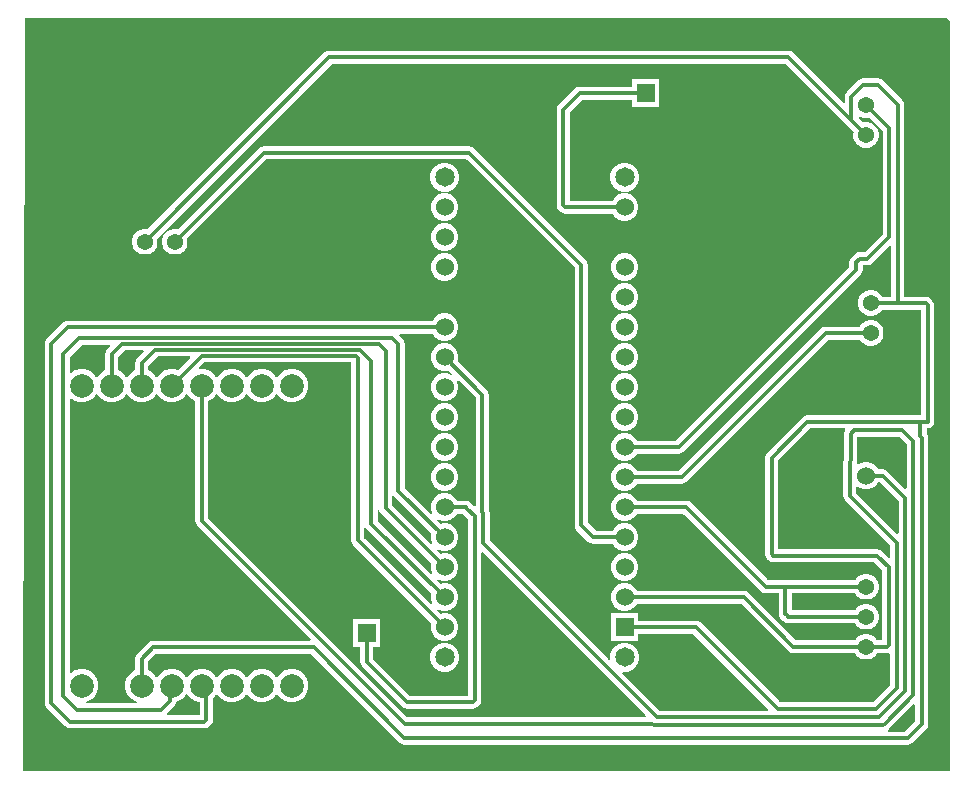
<source format=gbr>
%TF.GenerationSoftware,Altium Limited,Altium Designer,24.3.1 (35)*%
G04 Layer_Physical_Order=2*
G04 Layer_Color=16711680*
%FSLAX45Y45*%
%MOMM*%
%TF.SameCoordinates,78D6B365-3563-45E3-A517-92931350FA59*%
%TF.FilePolarity,Positive*%
%TF.FileFunction,Copper,L2,Bot,Signal*%
%TF.Part,Single*%
G01*
G75*
%TA.AperFunction,ComponentPad*%
%ADD11C,2.00000*%
%ADD12C,1.53000*%
%ADD13R,1.53000X1.53000*%
%ADD14R,1.37000X1.37000*%
%ADD15C,1.37000*%
%ADD16R,1.53000X1.53000*%
%ADD17R,1.37000X1.37000*%
%ADD18R,1.52400X1.52400*%
%ADD19C,1.52400*%
%ADD20C,1.65100*%
%TA.AperFunction,Conductor*%
%ADD21C,0.30000*%
G36*
X10388600Y8915400D02*
Y2565400D01*
X2552725D01*
X2549465Y2565416D01*
X2540033Y2569333D01*
X2552700Y8940800D01*
X10363200D01*
X10388600Y8915400D01*
D02*
G37*
%LPC*%
G36*
X7927000Y8422300D02*
X7694000D01*
Y8361877D01*
X7251700D01*
X7230240Y8357609D01*
X7212047Y8345453D01*
X7072347Y8205753D01*
X7060191Y8187560D01*
X7055923Y8166100D01*
Y7358174D01*
X7060191Y7336714D01*
X7072347Y7318521D01*
X7089921Y7300947D01*
X7108114Y7288791D01*
X7129574Y7284523D01*
X7530900D01*
X7539717Y7269251D01*
X7561351Y7247617D01*
X7587848Y7232319D01*
X7617402Y7224400D01*
X7647998D01*
X7677552Y7232319D01*
X7704049Y7247617D01*
X7725683Y7269251D01*
X7740981Y7295748D01*
X7748900Y7325302D01*
Y7355898D01*
X7740981Y7385452D01*
X7725683Y7411949D01*
X7704049Y7433583D01*
X7677552Y7448881D01*
X7647998Y7456800D01*
X7617402D01*
X7587848Y7448881D01*
X7561351Y7433583D01*
X7539717Y7411949D01*
X7530900Y7396677D01*
X7168077D01*
Y8142872D01*
X7274928Y8249723D01*
X7694000D01*
Y8189300D01*
X7927000D01*
Y8422300D01*
D02*
G37*
G36*
X7648834Y7717150D02*
X7616566D01*
X7585398Y7708798D01*
X7557453Y7692664D01*
X7534636Y7669847D01*
X7518502Y7641902D01*
X7510150Y7610734D01*
Y7578466D01*
X7518502Y7547298D01*
X7534636Y7519353D01*
X7557453Y7496536D01*
X7585398Y7480402D01*
X7616566Y7472050D01*
X7648834D01*
X7680002Y7480402D01*
X7707947Y7496536D01*
X7730764Y7519353D01*
X7746898Y7547298D01*
X7755250Y7578466D01*
Y7610734D01*
X7746898Y7641902D01*
X7730764Y7669847D01*
X7707947Y7692664D01*
X7680002Y7708798D01*
X7648834Y7717150D01*
D02*
G37*
G36*
X6124834D02*
X6092566D01*
X6061398Y7708798D01*
X6033453Y7692664D01*
X6010636Y7669847D01*
X5994502Y7641902D01*
X5986150Y7610734D01*
Y7578466D01*
X5994502Y7547298D01*
X6010636Y7519353D01*
X6033453Y7496536D01*
X6061398Y7480402D01*
X6092566Y7472050D01*
X6124834D01*
X6156002Y7480402D01*
X6183947Y7496536D01*
X6206764Y7519353D01*
X6222898Y7547298D01*
X6231250Y7578466D01*
Y7610734D01*
X6222898Y7641902D01*
X6206764Y7669847D01*
X6183947Y7692664D01*
X6156002Y7708798D01*
X6124834Y7717150D01*
D02*
G37*
G36*
X6123998Y7456800D02*
X6093402D01*
X6063848Y7448881D01*
X6037351Y7433583D01*
X6015717Y7411949D01*
X6000419Y7385452D01*
X5992500Y7355898D01*
Y7325302D01*
X6000419Y7295748D01*
X6015717Y7269251D01*
X6037351Y7247617D01*
X6063848Y7232319D01*
X6093402Y7224400D01*
X6123998D01*
X6153552Y7232319D01*
X6180049Y7247617D01*
X6201683Y7269251D01*
X6216981Y7295748D01*
X6224900Y7325302D01*
Y7355898D01*
X6216981Y7385452D01*
X6201683Y7411949D01*
X6180049Y7433583D01*
X6153552Y7448881D01*
X6123998Y7456800D01*
D02*
G37*
G36*
Y7202800D02*
X6093402D01*
X6063848Y7194881D01*
X6037351Y7179583D01*
X6015717Y7157949D01*
X6000419Y7131452D01*
X5992500Y7101898D01*
Y7071302D01*
X6000419Y7041748D01*
X6015717Y7015251D01*
X6037351Y6993617D01*
X6063848Y6978319D01*
X6093402Y6970400D01*
X6123998D01*
X6153552Y6978319D01*
X6180049Y6993617D01*
X6201683Y7015251D01*
X6216981Y7041748D01*
X6224900Y7071302D01*
Y7101898D01*
X6216981Y7131452D01*
X6201683Y7157949D01*
X6180049Y7179583D01*
X6153552Y7194881D01*
X6123998Y7202800D01*
D02*
G37*
G36*
X7647998Y6948800D02*
X7617402D01*
X7587848Y6940881D01*
X7561351Y6925583D01*
X7539717Y6903949D01*
X7524419Y6877452D01*
X7516500Y6847898D01*
Y6817302D01*
X7524419Y6787748D01*
X7539717Y6761251D01*
X7561351Y6739617D01*
X7587848Y6724319D01*
X7617402Y6716400D01*
X7647998D01*
X7677552Y6724319D01*
X7704049Y6739617D01*
X7725683Y6761251D01*
X7740981Y6787748D01*
X7748900Y6817302D01*
Y6847898D01*
X7740981Y6877452D01*
X7725683Y6903949D01*
X7704049Y6925583D01*
X7677552Y6940881D01*
X7647998Y6948800D01*
D02*
G37*
G36*
X6123998D02*
X6093402D01*
X6063848Y6940881D01*
X6037351Y6925583D01*
X6015717Y6903949D01*
X6000419Y6877452D01*
X5992500Y6847898D01*
Y6817302D01*
X6000419Y6787748D01*
X6015717Y6761251D01*
X6037351Y6739617D01*
X6063848Y6724319D01*
X6093402Y6716400D01*
X6123998D01*
X6153552Y6724319D01*
X6180049Y6739617D01*
X6201683Y6761251D01*
X6216981Y6787748D01*
X6224900Y6817302D01*
Y6847898D01*
X6216981Y6877452D01*
X6201683Y6903949D01*
X6180049Y6925583D01*
X6153552Y6940881D01*
X6123998Y6948800D01*
D02*
G37*
G36*
X9017000Y8666677D02*
X5130800D01*
X5109340Y8662409D01*
X5091147Y8650253D01*
X3594744Y7153849D01*
X3582984Y7157000D01*
X3554416D01*
X3526820Y7149606D01*
X3502080Y7135322D01*
X3481878Y7115120D01*
X3467594Y7090380D01*
X3460200Y7062784D01*
Y7034216D01*
X3467594Y7006620D01*
X3481878Y6981880D01*
X3502080Y6961678D01*
X3526820Y6947394D01*
X3554416Y6940000D01*
X3582984D01*
X3610580Y6947394D01*
X3635320Y6961678D01*
X3655522Y6981880D01*
X3669806Y7006620D01*
X3677200Y7034216D01*
Y7062784D01*
X3674049Y7074544D01*
X5154028Y8554523D01*
X8993772D01*
X9513287Y8035007D01*
X9572051Y7976244D01*
X9568900Y7964484D01*
Y7935916D01*
X9576294Y7908320D01*
X9590578Y7883580D01*
X9610780Y7863378D01*
X9635520Y7849094D01*
X9663116Y7841700D01*
X9691684D01*
X9719280Y7849094D01*
X9744020Y7863378D01*
X9764222Y7883580D01*
X9778506Y7908320D01*
X9785900Y7935916D01*
Y7964484D01*
X9778506Y7992080D01*
X9764222Y8016820D01*
X9744020Y8037022D01*
X9719280Y8051306D01*
X9691684Y8058700D01*
X9663116D01*
X9651356Y8055549D01*
X9614312Y8092593D01*
X9615144Y8100357D01*
X9628298Y8107264D01*
X9635520Y8103094D01*
X9663116Y8095700D01*
X9691684D01*
X9703444Y8098851D01*
X9816903Y7985392D01*
Y7114908D01*
X9663372Y6961377D01*
X9624218D01*
X9602759Y6957109D01*
X9584566Y6944953D01*
X9552347Y6912734D01*
X9540191Y6894541D01*
X9535923Y6873082D01*
Y6833928D01*
X8066672Y5364677D01*
X7734500D01*
X7725683Y5379949D01*
X7704049Y5401583D01*
X7677552Y5416881D01*
X7647998Y5424800D01*
X7617402D01*
X7587848Y5416881D01*
X7561351Y5401583D01*
X7539717Y5379949D01*
X7524419Y5353452D01*
X7516500Y5323898D01*
Y5293302D01*
X7524419Y5263748D01*
X7539717Y5237251D01*
X7561351Y5215617D01*
X7587848Y5200319D01*
X7617402Y5192400D01*
X7647998D01*
X7677552Y5200319D01*
X7704049Y5215617D01*
X7725683Y5237251D01*
X7734500Y5252523D01*
X8089900D01*
X8111360Y5256791D01*
X8129553Y5268947D01*
X9631653Y6771047D01*
X9643809Y6789240D01*
X9648077Y6810700D01*
Y6849223D01*
X9686600D01*
X9708060Y6853491D01*
X9726253Y6865647D01*
X9876289Y7015684D01*
X9888023Y7010824D01*
Y6583877D01*
X9808409D01*
X9802322Y6594420D01*
X9782120Y6614622D01*
X9757380Y6628906D01*
X9729784Y6636300D01*
X9701216D01*
X9673620Y6628906D01*
X9648880Y6614622D01*
X9628678Y6594420D01*
X9614394Y6569680D01*
X9607000Y6542084D01*
Y6513516D01*
X9614394Y6485920D01*
X9628678Y6461180D01*
X9648880Y6440978D01*
X9673620Y6426694D01*
X9701216Y6419300D01*
X9729784D01*
X9757380Y6426694D01*
X9782120Y6440978D01*
X9802322Y6461180D01*
X9808409Y6471723D01*
X10142023D01*
Y5578877D01*
X9180400D01*
X9158940Y5574609D01*
X9140747Y5562452D01*
X8837647Y5259353D01*
X8825491Y5241160D01*
X8821223Y5219700D01*
Y4402370D01*
X8825491Y4380910D01*
X8837647Y4362717D01*
X8850347Y4350017D01*
X8868540Y4337861D01*
X8890000Y4333593D01*
X9746931D01*
X9811823Y4268702D01*
Y3675577D01*
X9770309D01*
X9764222Y3686120D01*
X9744020Y3706322D01*
X9719280Y3720606D01*
X9691684Y3728000D01*
X9663116D01*
X9635520Y3720606D01*
X9610780Y3706322D01*
X9590578Y3686120D01*
X9584491Y3675577D01*
X9082901D01*
X8680226Y4078253D01*
X8662033Y4090409D01*
X8640573Y4094677D01*
X7734500D01*
X7725683Y4109949D01*
X7704049Y4131583D01*
X7677552Y4146881D01*
X7647998Y4154800D01*
X7617402D01*
X7587848Y4146881D01*
X7561351Y4131583D01*
X7539717Y4109949D01*
X7524419Y4083452D01*
X7516500Y4053898D01*
Y4023302D01*
X7524419Y3993748D01*
X7539717Y3967251D01*
X7561351Y3945617D01*
X7587848Y3930319D01*
X7617402Y3922400D01*
X7647998D01*
X7677552Y3930319D01*
X7704049Y3945617D01*
X7725683Y3967251D01*
X7734500Y3982523D01*
X8617345D01*
X9020020Y3579847D01*
X9038213Y3567691D01*
X9059673Y3563423D01*
X9584491D01*
X9590578Y3552880D01*
X9610780Y3532678D01*
X9635520Y3518394D01*
X9663116Y3511000D01*
X9691684D01*
X9719280Y3518394D01*
X9744020Y3532678D01*
X9764222Y3552880D01*
X9770309Y3563423D01*
X9850326D01*
X9868823Y3567102D01*
X9881523Y3560086D01*
Y3293328D01*
X9736872Y3148677D01*
X8950318D01*
X8274743Y3824253D01*
X8256550Y3836409D01*
X8235090Y3840677D01*
X7748900D01*
Y3900800D01*
X7516500D01*
Y3668400D01*
X7748900D01*
Y3728523D01*
X8211862D01*
X8849974Y3090411D01*
X8845114Y3078677D01*
X7930248D01*
X7611461Y3397465D01*
X7618836Y3408050D01*
X7648834D01*
X7680002Y3416402D01*
X7707947Y3432536D01*
X7730764Y3455353D01*
X7746898Y3483298D01*
X7755250Y3514466D01*
Y3546734D01*
X7746898Y3577902D01*
X7730764Y3605847D01*
X7707947Y3628664D01*
X7680002Y3644798D01*
X7648834Y3653150D01*
X7616566D01*
X7585398Y3644798D01*
X7557453Y3628664D01*
X7534636Y3605847D01*
X7518502Y3577902D01*
X7510150Y3546734D01*
Y3516736D01*
X7499565Y3509361D01*
X6488777Y4520148D01*
Y4753395D01*
X6484509Y4774854D01*
X6482277Y4778194D01*
Y5753100D01*
X6478009Y5774560D01*
X6465853Y5792753D01*
X6220336Y6038269D01*
X6224900Y6055302D01*
Y6085898D01*
X6216981Y6115452D01*
X6201683Y6141949D01*
X6180049Y6163583D01*
X6153552Y6178881D01*
X6123998Y6186800D01*
X6093402D01*
X6063848Y6178881D01*
X6037351Y6163583D01*
X6015717Y6141949D01*
X6000419Y6115452D01*
X5992500Y6085898D01*
Y6055302D01*
X6000419Y6025748D01*
X6015717Y5999251D01*
X6037351Y5977617D01*
X6063848Y5962319D01*
X6093402Y5954400D01*
X6123998D01*
X6141031Y5958964D01*
X6169870Y5930124D01*
X6162072Y5919962D01*
X6153552Y5924881D01*
X6123998Y5932800D01*
X6093402D01*
X6063848Y5924881D01*
X6037351Y5909583D01*
X6015717Y5887949D01*
X6000419Y5861452D01*
X5992500Y5831898D01*
Y5801302D01*
X6000419Y5771748D01*
X6015717Y5745251D01*
X6037351Y5723617D01*
X6063848Y5708319D01*
X6093402Y5700400D01*
X6123998D01*
X6153552Y5708319D01*
X6180049Y5723617D01*
X6201683Y5745251D01*
X6216981Y5771748D01*
X6224900Y5801302D01*
Y5831898D01*
X6216981Y5861452D01*
X6212062Y5869972D01*
X6222224Y5877770D01*
X6370123Y5729872D01*
Y4812876D01*
X6358389Y4808016D01*
X6326153Y4840252D01*
X6326153Y4840253D01*
X6307960Y4852409D01*
X6286501Y4856677D01*
X6210500D01*
X6201683Y4871949D01*
X6180049Y4893583D01*
X6153552Y4908881D01*
X6123998Y4916800D01*
X6093402D01*
X6063848Y4908881D01*
X6037351Y4893583D01*
X6015717Y4871949D01*
X6000419Y4845452D01*
X5992500Y4815898D01*
Y4785302D01*
X6000419Y4755748D01*
X6005338Y4747228D01*
X5995176Y4739430D01*
X5771077Y4963528D01*
Y6184900D01*
X5766809Y6206360D01*
X5754653Y6224553D01*
X5722416Y6256789D01*
X5727276Y6268523D01*
X6006900D01*
X6015717Y6253251D01*
X6037351Y6231617D01*
X6063848Y6216319D01*
X6093402Y6208400D01*
X6123998D01*
X6153552Y6216319D01*
X6180049Y6231617D01*
X6201683Y6253251D01*
X6216981Y6279748D01*
X6224900Y6309302D01*
Y6339898D01*
X6216981Y6369452D01*
X6201683Y6395949D01*
X6180049Y6417583D01*
X6153552Y6432881D01*
X6123998Y6440800D01*
X6093402D01*
X6063848Y6432881D01*
X6037351Y6417583D01*
X6015717Y6395949D01*
X6006900Y6380677D01*
X2921000D01*
X2899540Y6376409D01*
X2881347Y6364253D01*
X2737177Y6220082D01*
X2725021Y6201890D01*
X2720752Y6180430D01*
Y3144967D01*
X2725021Y3123507D01*
X2737177Y3105314D01*
X2897644Y2944847D01*
X2915837Y2932691D01*
X2937297Y2928423D01*
X4073662D01*
X4095122Y2932691D01*
X4113314Y2944847D01*
X4130888Y2962421D01*
X4143044Y2980614D01*
X4147313Y3002074D01*
Y3186726D01*
X4147214Y3187224D01*
X4163328Y3203338D01*
X4171950Y3218272D01*
X4184650D01*
X4193272Y3203338D01*
X4219338Y3177272D01*
X4251262Y3158841D01*
X4286869Y3149300D01*
X4323731D01*
X4359338Y3158841D01*
X4391262Y3177272D01*
X4417328Y3203338D01*
X4425950Y3218272D01*
X4438650D01*
X4447272Y3203338D01*
X4473338Y3177272D01*
X4505262Y3158841D01*
X4540869Y3149300D01*
X4577731D01*
X4613338Y3158841D01*
X4645262Y3177272D01*
X4671328Y3203338D01*
X4679950Y3218272D01*
X4692650D01*
X4701272Y3203338D01*
X4727338Y3177272D01*
X4759262Y3158841D01*
X4794869Y3149300D01*
X4831731D01*
X4867338Y3158841D01*
X4899262Y3177272D01*
X4925328Y3203338D01*
X4943759Y3235262D01*
X4953300Y3270869D01*
Y3307731D01*
X4943759Y3343338D01*
X4925328Y3375262D01*
X4899262Y3401328D01*
X4867338Y3419759D01*
X4831731Y3429300D01*
X4794869D01*
X4759262Y3419759D01*
X4727338Y3401328D01*
X4701272Y3375262D01*
X4692650Y3360328D01*
X4679950D01*
X4671328Y3375262D01*
X4645262Y3401328D01*
X4613338Y3419759D01*
X4577731Y3429300D01*
X4540869D01*
X4505262Y3419759D01*
X4473338Y3401328D01*
X4447272Y3375262D01*
X4438650Y3360328D01*
X4425950D01*
X4417328Y3375262D01*
X4391262Y3401328D01*
X4359338Y3419759D01*
X4323731Y3429300D01*
X4286869D01*
X4251262Y3419759D01*
X4219338Y3401328D01*
X4193272Y3375262D01*
X4184650Y3360328D01*
X4171950D01*
X4163328Y3375262D01*
X4137262Y3401328D01*
X4105338Y3419759D01*
X4069731Y3429300D01*
X4032869D01*
X3997262Y3419759D01*
X3965338Y3401328D01*
X3939272Y3375262D01*
X3930650Y3360328D01*
X3917950D01*
X3909328Y3375262D01*
X3883262Y3401328D01*
X3851338Y3419759D01*
X3815731Y3429300D01*
X3778869D01*
X3743262Y3419759D01*
X3711338Y3401328D01*
X3685272Y3375262D01*
X3676650Y3360328D01*
X3663950D01*
X3655328Y3375262D01*
X3629262Y3401328D01*
X3599377Y3418581D01*
Y3494672D01*
X3663048Y3558343D01*
X4975492D01*
X5728687Y2805147D01*
X5746880Y2792991D01*
X5768340Y2788723D01*
X10028126D01*
X10049586Y2792991D01*
X10067779Y2805147D01*
X10187252Y2924621D01*
X10199408Y2942814D01*
X10203677Y2964273D01*
Y3502014D01*
X10203977Y3503521D01*
Y4407909D01*
X10203677Y4409416D01*
Y5388270D01*
X10199408Y5409730D01*
X10190677Y5422797D01*
Y5466722D01*
X10198100D01*
X10219560Y5470991D01*
X10237753Y5483147D01*
X10249909Y5501340D01*
X10254177Y5522800D01*
Y6510226D01*
X10249909Y6531686D01*
X10237753Y6549879D01*
X10220179Y6567453D01*
X10201986Y6579609D01*
X10180526Y6583877D01*
X10000177D01*
Y8209280D01*
X9995909Y8230740D01*
X9983753Y8248933D01*
X9818653Y8414033D01*
X9800460Y8426189D01*
X9779000Y8430457D01*
X9652000D01*
X9630540Y8426189D01*
X9612347Y8414033D01*
X9513287Y8314973D01*
X9501131Y8296780D01*
X9496863Y8275320D01*
Y8226636D01*
X9485129Y8221776D01*
X9056653Y8650253D01*
X9038460Y8662409D01*
X9017000Y8666677D01*
D02*
G37*
G36*
X7647998Y6694800D02*
X7617402D01*
X7587848Y6686881D01*
X7561351Y6671583D01*
X7539717Y6649949D01*
X7524419Y6623452D01*
X7516500Y6593898D01*
Y6563302D01*
X7524419Y6533748D01*
X7539717Y6507251D01*
X7561351Y6485617D01*
X7587848Y6470319D01*
X7617402Y6462400D01*
X7647998D01*
X7677552Y6470319D01*
X7704049Y6485617D01*
X7725683Y6507251D01*
X7740981Y6533748D01*
X7748900Y6563302D01*
Y6593898D01*
X7740981Y6623452D01*
X7725683Y6649949D01*
X7704049Y6671583D01*
X7677552Y6686881D01*
X7647998Y6694800D01*
D02*
G37*
G36*
Y6440800D02*
X7617402D01*
X7587848Y6432881D01*
X7561351Y6417583D01*
X7539717Y6395949D01*
X7524419Y6369452D01*
X7516500Y6339898D01*
Y6309302D01*
X7524419Y6279748D01*
X7539717Y6253251D01*
X7561351Y6231617D01*
X7587848Y6216319D01*
X7617402Y6208400D01*
X7647998D01*
X7677552Y6216319D01*
X7704049Y6231617D01*
X7725683Y6253251D01*
X7740981Y6279748D01*
X7748900Y6309302D01*
Y6339898D01*
X7740981Y6369452D01*
X7725683Y6395949D01*
X7704049Y6417583D01*
X7677552Y6432881D01*
X7647998Y6440800D01*
D02*
G37*
G36*
X9729784Y6382300D02*
X9701216D01*
X9673620Y6374906D01*
X9648880Y6360622D01*
X9628678Y6340420D01*
X9622591Y6329877D01*
X9334500D01*
X9313040Y6325609D01*
X9294847Y6313453D01*
X8092072Y5110677D01*
X7734500D01*
X7725683Y5125949D01*
X7704049Y5147583D01*
X7677552Y5162881D01*
X7647998Y5170800D01*
X7617402D01*
X7587848Y5162881D01*
X7561351Y5147583D01*
X7539717Y5125949D01*
X7524419Y5099452D01*
X7516500Y5069898D01*
Y5039302D01*
X7524419Y5009748D01*
X7539717Y4983251D01*
X7561351Y4961617D01*
X7587848Y4946319D01*
X7617402Y4938400D01*
X7647998D01*
X7677552Y4946319D01*
X7704049Y4961617D01*
X7725683Y4983251D01*
X7734500Y4998523D01*
X8115300D01*
X8136760Y5002791D01*
X8154953Y5014947D01*
X9357728Y6217723D01*
X9622591D01*
X9628678Y6207180D01*
X9648880Y6186978D01*
X9673620Y6172694D01*
X9701216Y6165300D01*
X9729784D01*
X9757380Y6172694D01*
X9782120Y6186978D01*
X9802322Y6207180D01*
X9816606Y6231920D01*
X9824000Y6259516D01*
Y6288084D01*
X9816606Y6315680D01*
X9802322Y6340420D01*
X9782120Y6360622D01*
X9757380Y6374906D01*
X9729784Y6382300D01*
D02*
G37*
G36*
X7647998Y6186800D02*
X7617402D01*
X7587848Y6178881D01*
X7561351Y6163583D01*
X7539717Y6141949D01*
X7524419Y6115452D01*
X7516500Y6085898D01*
Y6055302D01*
X7524419Y6025748D01*
X7539717Y5999251D01*
X7561351Y5977617D01*
X7587848Y5962319D01*
X7617402Y5954400D01*
X7647998D01*
X7677552Y5962319D01*
X7704049Y5977617D01*
X7725683Y5999251D01*
X7740981Y6025748D01*
X7748900Y6055302D01*
Y6085898D01*
X7740981Y6115452D01*
X7725683Y6141949D01*
X7704049Y6163583D01*
X7677552Y6178881D01*
X7647998Y6186800D01*
D02*
G37*
G36*
Y5932800D02*
X7617402D01*
X7587848Y5924881D01*
X7561351Y5909583D01*
X7539717Y5887949D01*
X7524419Y5861452D01*
X7516500Y5831898D01*
Y5801302D01*
X7524419Y5771748D01*
X7539717Y5745251D01*
X7561351Y5723617D01*
X7587848Y5708319D01*
X7617402Y5700400D01*
X7647998D01*
X7677552Y5708319D01*
X7704049Y5723617D01*
X7725683Y5745251D01*
X7740981Y5771748D01*
X7748900Y5801302D01*
Y5831898D01*
X7740981Y5861452D01*
X7725683Y5887949D01*
X7704049Y5909583D01*
X7677552Y5924881D01*
X7647998Y5932800D01*
D02*
G37*
G36*
Y5678800D02*
X7617402D01*
X7587848Y5670881D01*
X7561351Y5655583D01*
X7539717Y5633949D01*
X7524419Y5607452D01*
X7516500Y5577898D01*
Y5547302D01*
X7524419Y5517748D01*
X7539717Y5491251D01*
X7561351Y5469617D01*
X7587848Y5454319D01*
X7617402Y5446400D01*
X7647998D01*
X7677552Y5454319D01*
X7704049Y5469617D01*
X7725683Y5491251D01*
X7740981Y5517748D01*
X7748900Y5547302D01*
Y5577898D01*
X7740981Y5607452D01*
X7725683Y5633949D01*
X7704049Y5655583D01*
X7677552Y5670881D01*
X7647998Y5678800D01*
D02*
G37*
G36*
X6123998D02*
X6093402D01*
X6063848Y5670881D01*
X6037351Y5655583D01*
X6015717Y5633949D01*
X6000419Y5607452D01*
X5992500Y5577898D01*
Y5547302D01*
X6000419Y5517748D01*
X6015717Y5491251D01*
X6037351Y5469617D01*
X6063848Y5454319D01*
X6093402Y5446400D01*
X6123998D01*
X6153552Y5454319D01*
X6180049Y5469617D01*
X6201683Y5491251D01*
X6216981Y5517748D01*
X6224900Y5547302D01*
Y5577898D01*
X6216981Y5607452D01*
X6201683Y5633949D01*
X6180049Y5655583D01*
X6153552Y5670881D01*
X6123998Y5678800D01*
D02*
G37*
G36*
Y5424800D02*
X6093402D01*
X6063848Y5416881D01*
X6037351Y5401583D01*
X6015717Y5379949D01*
X6000419Y5353452D01*
X5992500Y5323898D01*
Y5293302D01*
X6000419Y5263748D01*
X6015717Y5237251D01*
X6037351Y5215617D01*
X6063848Y5200319D01*
X6093402Y5192400D01*
X6123998D01*
X6153552Y5200319D01*
X6180049Y5215617D01*
X6201683Y5237251D01*
X6216981Y5263748D01*
X6224900Y5293302D01*
Y5323898D01*
X6216981Y5353452D01*
X6201683Y5379949D01*
X6180049Y5401583D01*
X6153552Y5416881D01*
X6123998Y5424800D01*
D02*
G37*
G36*
Y5170800D02*
X6093402D01*
X6063848Y5162881D01*
X6037351Y5147583D01*
X6015717Y5125949D01*
X6000419Y5099452D01*
X5992500Y5069898D01*
Y5039302D01*
X6000419Y5009748D01*
X6015717Y4983251D01*
X6037351Y4961617D01*
X6063848Y4946319D01*
X6093402Y4938400D01*
X6123998D01*
X6153552Y4946319D01*
X6180049Y4961617D01*
X6201683Y4983251D01*
X6216981Y5009748D01*
X6224900Y5039302D01*
Y5069898D01*
X6216981Y5099452D01*
X6201683Y5125949D01*
X6180049Y5147583D01*
X6153552Y5162881D01*
X6123998Y5170800D01*
D02*
G37*
G36*
X6316254Y7858231D02*
X4576354D01*
X4554894Y7853962D01*
X4536701Y7841806D01*
X3848744Y7153849D01*
X3836984Y7157000D01*
X3808416D01*
X3780820Y7149606D01*
X3756080Y7135322D01*
X3735878Y7115120D01*
X3721594Y7090380D01*
X3714200Y7062784D01*
Y7034216D01*
X3721594Y7006620D01*
X3735878Y6981880D01*
X3756080Y6961678D01*
X3780820Y6947394D01*
X3808416Y6940000D01*
X3836984D01*
X3864580Y6947394D01*
X3889320Y6961678D01*
X3909522Y6981880D01*
X3923806Y7006620D01*
X3931200Y7034216D01*
Y7062784D01*
X3928049Y7074544D01*
X4599582Y7746076D01*
X6293026D01*
X7208323Y6830779D01*
Y4648200D01*
X7212591Y4626740D01*
X7224747Y4608547D01*
X7326347Y4506947D01*
X7344540Y4494791D01*
X7366000Y4490523D01*
X7530900D01*
X7539717Y4475251D01*
X7561351Y4453617D01*
X7587848Y4438319D01*
X7617402Y4430400D01*
X7647998D01*
X7677552Y4438319D01*
X7704049Y4453617D01*
X7725683Y4475251D01*
X7740981Y4501748D01*
X7748900Y4531302D01*
Y4561898D01*
X7740981Y4591452D01*
X7725683Y4617949D01*
X7704049Y4639583D01*
X7677552Y4654881D01*
X7647998Y4662800D01*
X7617402D01*
X7587848Y4654881D01*
X7561351Y4639583D01*
X7539717Y4617949D01*
X7530900Y4602677D01*
X7389228D01*
X7320477Y4671428D01*
Y6854007D01*
X7316209Y6875467D01*
X7304053Y6893660D01*
X6355906Y7841806D01*
X6337714Y7853962D01*
X6316254Y7858231D01*
D02*
G37*
G36*
X7647998Y4408800D02*
X7617402D01*
X7587848Y4400881D01*
X7561351Y4385583D01*
X7539717Y4363949D01*
X7524419Y4337452D01*
X7516500Y4307898D01*
Y4277302D01*
X7524419Y4247748D01*
X7539717Y4221251D01*
X7561351Y4199617D01*
X7587848Y4184319D01*
X7617402Y4176400D01*
X7647998D01*
X7677552Y4184319D01*
X7704049Y4199617D01*
X7725683Y4221251D01*
X7740981Y4247748D01*
X7748900Y4277302D01*
Y4307898D01*
X7740981Y4337452D01*
X7725683Y4363949D01*
X7704049Y4385583D01*
X7677552Y4400881D01*
X7647998Y4408800D01*
D02*
G37*
G36*
Y4916800D02*
X7617402D01*
X7587848Y4908881D01*
X7561351Y4893583D01*
X7539717Y4871949D01*
X7524419Y4845452D01*
X7516500Y4815898D01*
Y4785302D01*
X7524419Y4755748D01*
X7539717Y4729251D01*
X7561351Y4707617D01*
X7587848Y4692319D01*
X7617402Y4684400D01*
X7647998D01*
X7677552Y4692319D01*
X7704049Y4707617D01*
X7725683Y4729251D01*
X7734500Y4744523D01*
X8130172D01*
X8786847Y4087847D01*
X8805040Y4075691D01*
X8826500Y4071423D01*
X8935523D01*
Y3898900D01*
X8939791Y3877440D01*
X8951947Y3859247D01*
X8964711Y3846483D01*
X8964712Y3846483D01*
X8977348Y3833847D01*
X8995540Y3821691D01*
X9017000Y3817423D01*
X9584491D01*
X9590578Y3806880D01*
X9610780Y3786678D01*
X9635520Y3772394D01*
X9663116Y3765000D01*
X9691684D01*
X9719280Y3772394D01*
X9744020Y3786678D01*
X9764222Y3806880D01*
X9778506Y3831620D01*
X9785900Y3859216D01*
Y3887784D01*
X9778506Y3915380D01*
X9764222Y3940120D01*
X9744020Y3960322D01*
X9719280Y3974606D01*
X9691684Y3982000D01*
X9663116D01*
X9635520Y3974606D01*
X9610780Y3960322D01*
X9590578Y3940120D01*
X9584491Y3929577D01*
X9047677D01*
Y4071423D01*
X9584491D01*
X9590578Y4060880D01*
X9610780Y4040678D01*
X9635520Y4026394D01*
X9663116Y4019000D01*
X9691684D01*
X9719280Y4026394D01*
X9744020Y4040678D01*
X9764222Y4060880D01*
X9778506Y4085620D01*
X9785900Y4113216D01*
Y4141784D01*
X9778506Y4169380D01*
X9764222Y4194120D01*
X9744020Y4214322D01*
X9719280Y4228606D01*
X9691684Y4236000D01*
X9663116D01*
X9635520Y4228606D01*
X9610780Y4214322D01*
X9590578Y4194120D01*
X9584491Y4183577D01*
X8849728D01*
X8193053Y4840253D01*
X8174860Y4852409D01*
X8153400Y4856677D01*
X7734500D01*
X7725683Y4871949D01*
X7704049Y4893583D01*
X7677552Y4908881D01*
X7647998Y4916800D01*
D02*
G37*
%LPD*%
G36*
X3954184Y6065489D02*
X3849063Y5960369D01*
X3815731Y5969300D01*
X3778869D01*
X3743262Y5959759D01*
X3711338Y5941328D01*
X3685272Y5915262D01*
X3676650Y5900328D01*
X3663950D01*
X3655328Y5915262D01*
X3629262Y5941328D01*
X3599377Y5958581D01*
Y5996572D01*
X3680028Y6077223D01*
X3949324D01*
X3954184Y6065489D01*
D02*
G37*
G36*
X3559684Y6115489D02*
X3503647Y6059453D01*
X3491491Y6041260D01*
X3487223Y6019800D01*
Y5958581D01*
X3457338Y5941328D01*
X3431272Y5915262D01*
X3422650Y5900328D01*
X3409950D01*
X3401328Y5915262D01*
X3375262Y5941328D01*
X3345377Y5958581D01*
Y6072772D01*
X3399828Y6127222D01*
X3554823D01*
X3559684Y6115489D01*
D02*
G37*
G36*
X3279484Y6165489D02*
X3249647Y6135653D01*
X3237491Y6117460D01*
X3233223Y6096000D01*
Y5958581D01*
X3203338Y5941328D01*
X3177272Y5915262D01*
X3168650Y5900328D01*
X3155950D01*
X3147328Y5915262D01*
X3121262Y5941328D01*
X3089338Y5959759D01*
X3053731Y5969300D01*
X3016869D01*
X2981262Y5959759D01*
X2949338Y5941328D01*
X2945631Y5937620D01*
X2933897Y5942480D01*
Y6072772D01*
X3038348Y6177222D01*
X3274623D01*
X3279484Y6165489D01*
D02*
G37*
G36*
X5317126Y4520097D02*
X5321394Y4498637D01*
X5333550Y4480444D01*
X5997064Y3816930D01*
X5992500Y3799898D01*
Y3769302D01*
X6000419Y3739748D01*
X6015717Y3713251D01*
X6037351Y3691617D01*
X6063848Y3676319D01*
X6093402Y3668400D01*
X6123998D01*
X6153552Y3676319D01*
X6180049Y3691617D01*
X6201683Y3713251D01*
X6216981Y3739748D01*
X6224900Y3769302D01*
Y3799898D01*
X6216981Y3829452D01*
X6201683Y3855949D01*
X6180049Y3877583D01*
X6153552Y3892881D01*
X6123998Y3900800D01*
X6093402D01*
X6076369Y3896236D01*
X6047529Y3925076D01*
X6055327Y3935239D01*
X6063848Y3930319D01*
X6093402Y3922400D01*
X6123998D01*
X6153552Y3930319D01*
X6180049Y3945617D01*
X6201683Y3967251D01*
X6216981Y3993748D01*
X6224900Y4023302D01*
Y4053898D01*
X6216981Y4083452D01*
X6201683Y4109949D01*
X6180049Y4131583D01*
X6153552Y4146881D01*
X6123998Y4154800D01*
X6093402D01*
X6076369Y4150236D01*
X6047530Y4179076D01*
X6055328Y4189238D01*
X6063848Y4184319D01*
X6093402Y4176400D01*
X6123998D01*
X6153552Y4184319D01*
X6180049Y4199617D01*
X6201683Y4221251D01*
X6216981Y4247748D01*
X6224900Y4277302D01*
Y4307898D01*
X6216981Y4337452D01*
X6201683Y4363949D01*
X6180049Y4385583D01*
X6153552Y4400881D01*
X6123998Y4408800D01*
X6093402D01*
X6076369Y4404236D01*
X6047530Y4433076D01*
X6055328Y4443238D01*
X6063848Y4438319D01*
X6093402Y4430400D01*
X6123998D01*
X6153552Y4438319D01*
X6180049Y4453617D01*
X6201683Y4475251D01*
X6216981Y4501748D01*
X6224900Y4531302D01*
Y4561898D01*
X6216981Y4591452D01*
X6201683Y4617949D01*
X6180049Y4639583D01*
X6153552Y4654881D01*
X6123998Y4662800D01*
X6093402D01*
X6076369Y4658236D01*
X6047530Y4687076D01*
X6055328Y4697238D01*
X6063848Y4692319D01*
X6093402Y4684400D01*
X6123998D01*
X6153552Y4692319D01*
X6180049Y4707617D01*
X6201683Y4729251D01*
X6210500Y4744523D01*
X6263272D01*
X6306623Y4701172D01*
Y3205677D01*
X5814428D01*
X5504377Y3515728D01*
Y3617300D01*
X5564800D01*
Y3850300D01*
X5331800D01*
Y3617300D01*
X5392223D01*
Y3492500D01*
X5396491Y3471040D01*
X5408647Y3452847D01*
X5751547Y3109947D01*
X5769740Y3097791D01*
X5791200Y3093523D01*
X6345126D01*
X6366586Y3097791D01*
X6384779Y3109947D01*
X6402353Y3127521D01*
X6414509Y3145714D01*
X6418777Y3167174D01*
Y4414944D01*
X6430511Y4419804D01*
X7814204Y3036111D01*
X7809344Y3024377D01*
X5792528D01*
X4107377Y4709528D01*
Y5700019D01*
X4137262Y5717272D01*
X4163328Y5743338D01*
X4171950Y5758272D01*
X4184650D01*
X4193272Y5743338D01*
X4219338Y5717272D01*
X4251262Y5698841D01*
X4286869Y5689300D01*
X4323731D01*
X4359338Y5698841D01*
X4391262Y5717272D01*
X4417328Y5743338D01*
X4425950Y5758272D01*
X4438650D01*
X4447272Y5743338D01*
X4473338Y5717272D01*
X4505262Y5698841D01*
X4540869Y5689300D01*
X4577731D01*
X4613338Y5698841D01*
X4645262Y5717272D01*
X4671328Y5743338D01*
X4679950Y5758272D01*
X4692650D01*
X4701272Y5743338D01*
X4727338Y5717272D01*
X4759262Y5698841D01*
X4794869Y5689300D01*
X4831731D01*
X4867338Y5698841D01*
X4899262Y5717272D01*
X4925328Y5743338D01*
X4943759Y5775262D01*
X4953300Y5810869D01*
Y5847731D01*
X4943759Y5883338D01*
X4925328Y5915262D01*
X4899262Y5941328D01*
X4867338Y5959759D01*
X4831731Y5969300D01*
X4794869D01*
X4759262Y5959759D01*
X4727338Y5941328D01*
X4701272Y5915262D01*
X4692650Y5900328D01*
X4679950D01*
X4671328Y5915262D01*
X4645262Y5941328D01*
X4613338Y5959759D01*
X4577731Y5969300D01*
X4540869D01*
X4505262Y5959759D01*
X4473338Y5941328D01*
X4447272Y5915262D01*
X4438650Y5900328D01*
X4425950D01*
X4417328Y5915262D01*
X4391262Y5941328D01*
X4359338Y5959759D01*
X4323731Y5969300D01*
X4286869D01*
X4251262Y5959759D01*
X4219338Y5941328D01*
X4193272Y5915262D01*
X4184650Y5900328D01*
X4171950D01*
X4163328Y5915262D01*
X4137262Y5941328D01*
X4105338Y5959759D01*
X4069731Y5969300D01*
X4034566D01*
X4027627Y5978378D01*
X4026916Y5979611D01*
X4074528Y6027223D01*
X5317126D01*
Y4520097D01*
D02*
G37*
G36*
X3939272Y5743338D02*
X3965338Y5717272D01*
X3995223Y5700019D01*
Y4686300D01*
X3999491Y4664840D01*
X4011647Y4646648D01*
X4976064Y3682231D01*
X4971204Y3670497D01*
X3639820D01*
X3618360Y3666229D01*
X3600167Y3654073D01*
X3503647Y3557553D01*
X3491491Y3539360D01*
X3487223Y3517900D01*
Y3418581D01*
X3457338Y3401328D01*
X3431272Y3375262D01*
X3412841Y3343338D01*
X3403300Y3307731D01*
Y3270869D01*
X3412841Y3235262D01*
X3431272Y3203338D01*
X3457338Y3177272D01*
X3489262Y3158841D01*
X3504055Y3154877D01*
X3502383Y3142177D01*
X3076217D01*
X3074545Y3154877D01*
X3089338Y3158841D01*
X3121262Y3177272D01*
X3147328Y3203338D01*
X3165759Y3235262D01*
X3175300Y3270869D01*
Y3307731D01*
X3165759Y3343338D01*
X3147328Y3375262D01*
X3121262Y3401328D01*
X3089338Y3419759D01*
X3053731Y3429300D01*
X3016869D01*
X2981262Y3419759D01*
X2949338Y3401328D01*
X2945631Y3397620D01*
X2933897Y3402480D01*
Y5716120D01*
X2945631Y5720980D01*
X2949338Y5717272D01*
X2981262Y5698841D01*
X3016869Y5689300D01*
X3053731D01*
X3089338Y5698841D01*
X3121262Y5717272D01*
X3147328Y5743338D01*
X3155950Y5758272D01*
X3168650D01*
X3177272Y5743338D01*
X3203338Y5717272D01*
X3235262Y5698841D01*
X3270869Y5689300D01*
X3307731D01*
X3343338Y5698841D01*
X3375262Y5717272D01*
X3401328Y5743338D01*
X3409950Y5758272D01*
X3422650D01*
X3431272Y5743338D01*
X3457338Y5717272D01*
X3489262Y5698841D01*
X3524869Y5689300D01*
X3561731D01*
X3597338Y5698841D01*
X3629262Y5717272D01*
X3655328Y5743338D01*
X3663950Y5758272D01*
X3676650D01*
X3685272Y5743338D01*
X3711338Y5717272D01*
X3743262Y5698841D01*
X3778869Y5689300D01*
X3815731D01*
X3851338Y5698841D01*
X3883262Y5717272D01*
X3909328Y5743338D01*
X3917950Y5758272D01*
X3930650D01*
X3939272Y5743338D01*
D02*
G37*
G36*
X10021523Y5336047D02*
Y4958776D01*
X10009789Y4953916D01*
X9856753Y5106953D01*
X9838560Y5119109D01*
X9817100Y5123377D01*
X9779546D01*
X9770623Y5138833D01*
X9748933Y5160523D01*
X9722367Y5175861D01*
X9692738Y5183800D01*
X9662062D01*
X9632433Y5175861D01*
X9610619Y5163266D01*
X9598017Y5169566D01*
X9601607Y5396723D01*
X9844395D01*
X9844400Y5396724D01*
X9960846D01*
X10021523Y5336047D01*
D02*
G37*
G36*
X9951523Y4853572D02*
Y4580852D01*
X9939789Y4575991D01*
X9594706Y4921075D01*
Y4960120D01*
X9594849Y4969162D01*
X9607612Y4973069D01*
X9632433Y4958739D01*
X9662062Y4950800D01*
X9692738D01*
X9722367Y4958739D01*
X9748933Y4974077D01*
X9770623Y4995767D01*
X9779546Y5011223D01*
X9793872D01*
X9951523Y4853572D01*
D02*
G37*
G36*
X5997064Y4578931D02*
X5992500Y4561898D01*
Y4531302D01*
X6000419Y4501748D01*
X6005338Y4493228D01*
X5995176Y4485430D01*
X5664128Y4816477D01*
Y4897072D01*
X5676828Y4899166D01*
X5997064Y4578931D01*
D02*
G37*
G36*
X9502097Y5454022D02*
X9500412Y5451500D01*
X9494437Y5442858D01*
X9494342Y5442416D01*
X9494092Y5442041D01*
X9492041Y5431734D01*
X9489830Y5421468D01*
X9482558Y4961443D01*
X9482639Y4960999D01*
X9482551Y4960556D01*
Y4897847D01*
X9486820Y4876387D01*
X9498976Y4858194D01*
X9881523Y4475647D01*
Y4374206D01*
X9869790Y4369346D01*
X9809812Y4429323D01*
X9791619Y4441479D01*
X9770160Y4445748D01*
X8933377D01*
Y5196472D01*
X9203628Y5466722D01*
X9495308D01*
X9502097Y5454022D01*
D02*
G37*
G36*
X5556242Y4771789D02*
X5568398Y4753597D01*
X5997064Y4324931D01*
X5992500Y4307898D01*
Y4277302D01*
X6000419Y4247748D01*
X6005338Y4239228D01*
X5995176Y4231430D01*
X5542477Y4684128D01*
Y4775891D01*
X5555177Y4777142D01*
X5556242Y4771789D01*
D02*
G37*
G36*
X5446747Y4621247D02*
X5997064Y4070931D01*
X5992500Y4053898D01*
Y4023302D01*
X6000419Y3993748D01*
X6005339Y3985227D01*
X5995176Y3977429D01*
X5429280Y4543325D01*
Y4624529D01*
X5441980Y4628381D01*
X5446747Y4621247D01*
D02*
G37*
G36*
X3939272Y3203338D02*
X3965338Y3177272D01*
X3997262Y3158841D01*
X4032869Y3149300D01*
X4035158D01*
Y3040577D01*
X3760143D01*
X3754883Y3053277D01*
X3823827Y3122221D01*
X3835983Y3140414D01*
X3838990Y3155532D01*
X3851338Y3158841D01*
X3883262Y3177272D01*
X3909328Y3203338D01*
X3917950Y3218272D01*
X3930650D01*
X3939272Y3203338D01*
D02*
G37*
G36*
X10091522Y3128971D02*
Y2987502D01*
X10004898Y2900877D01*
X9861404D01*
X9858619Y2910057D01*
X9858372Y2913577D01*
X9871100Y2926305D01*
X9874605Y2928647D01*
X10079789Y3133831D01*
X10091522Y3128971D01*
D02*
G37*
%LPC*%
G36*
X6124834Y3653150D02*
X6092566D01*
X6061398Y3644798D01*
X6033453Y3628664D01*
X6010636Y3605847D01*
X5994502Y3577902D01*
X5986150Y3546734D01*
Y3514466D01*
X5994502Y3483298D01*
X6010636Y3455353D01*
X6033453Y3432536D01*
X6061398Y3416402D01*
X6092566Y3408050D01*
X6124834D01*
X6156002Y3416402D01*
X6183947Y3432536D01*
X6206764Y3455353D01*
X6222898Y3483298D01*
X6231250Y3514466D01*
Y3546734D01*
X6222898Y3577902D01*
X6206764Y3605847D01*
X6183947Y3628664D01*
X6156002Y3644798D01*
X6124834Y3653150D01*
D02*
G37*
%LPD*%
D11*
X4813300Y5829300D02*
D03*
X3035300D02*
D03*
X4813300Y3289300D02*
D03*
X3035300D02*
D03*
X4559300Y5829300D02*
D03*
X4305300D02*
D03*
X4051300D02*
D03*
X3797300D02*
D03*
X3543300D02*
D03*
X3289300D02*
D03*
X4559300Y3289300D02*
D03*
X4305300D02*
D03*
X4051300D02*
D03*
X3797300D02*
D03*
X3543300D02*
D03*
X3289300D02*
D03*
D12*
X8064500Y8305800D02*
D03*
X5448300Y3987800D02*
D03*
X9677400Y5067300D02*
D03*
D13*
X7810500Y8305800D02*
D03*
D14*
X4076700Y7048500D02*
D03*
D15*
X3822700D02*
D03*
X3568700D02*
D03*
X9677400Y4127500D02*
D03*
Y3873500D02*
D03*
Y3619500D02*
D03*
X9715500Y6273800D02*
D03*
Y6527800D02*
D03*
X9677400Y7950200D02*
D03*
Y8204200D02*
D03*
D16*
X5448300Y3733800D02*
D03*
X9677400Y5321300D02*
D03*
D17*
Y3365500D02*
D03*
X9715500Y6781800D02*
D03*
X9677400Y7696200D02*
D03*
D18*
X7632700Y3784600D02*
D03*
D19*
Y4038600D02*
D03*
Y4292600D02*
D03*
Y4546600D02*
D03*
Y4800600D02*
D03*
Y5054600D02*
D03*
Y5308600D02*
D03*
Y5562600D02*
D03*
Y5816600D02*
D03*
Y6070600D02*
D03*
Y6324600D02*
D03*
Y6578600D02*
D03*
Y6832600D02*
D03*
Y7086600D02*
D03*
Y7340600D02*
D03*
X6108700D02*
D03*
Y7086600D02*
D03*
Y6832600D02*
D03*
Y6578600D02*
D03*
Y6324600D02*
D03*
Y6070600D02*
D03*
Y5816600D02*
D03*
Y5562600D02*
D03*
Y5308600D02*
D03*
Y5054600D02*
D03*
Y4800600D02*
D03*
Y4546600D02*
D03*
Y4292600D02*
D03*
Y4038600D02*
D03*
Y3784600D02*
D03*
D20*
X7632700Y3530600D02*
D03*
X6108700D02*
D03*
Y7594600D02*
D03*
X7632700D02*
D03*
D21*
X4998720Y3614420D02*
X5768340Y2844800D01*
X10028126D02*
X10147600Y2964273D01*
X5768340Y2844800D02*
X10028126D01*
X9760100Y3092600D02*
X9937600Y3270100D01*
X8927090Y3092600D02*
X9760100D01*
X8235090Y3784600D02*
X8927090Y3092600D01*
X6432700Y4496920D02*
X7907020Y3022600D01*
X7878025Y2952600D02*
X9818090D01*
X9833789Y2968300D01*
X7862325D02*
X7878025Y2952600D01*
X7907020Y3022600D02*
X9789095D01*
X10007600Y3241105D01*
X9833789Y2968300D02*
X9834952D01*
X4051300Y4686300D02*
Y5829300D01*
X5769300Y2968300D02*
X7862325D01*
X4051300Y4686300D02*
X5769300Y2968300D01*
X2921000Y6324600D02*
X6108700D01*
X2776830Y6180430D02*
X2921000Y6324600D01*
X5393426Y6133300D02*
X5486400Y6040326D01*
X3656800Y6133300D02*
X5393426D01*
X5373203Y4520097D02*
Y6065726D01*
X3289300Y6096000D02*
X3376600Y6183300D01*
X4051300Y6083300D02*
X5355629D01*
X5666600Y6233300D02*
X5715000Y6184900D01*
X5548897Y6183300D02*
X5608051Y6124146D01*
X3376600Y6183300D02*
X5548897D01*
X3543300Y6019800D02*
X3656800Y6133300D01*
X3797300Y5829300D02*
X4051300Y6083300D01*
X2877820Y6096000D02*
X3015120Y6233300D01*
X5666600D01*
X5355629Y6083300D02*
X5373203Y6065726D01*
X9834952Y2968300D02*
X10077600Y3210947D01*
X10077900Y3550089D02*
Y4378914D01*
X9850326Y3619500D02*
X9867900Y3637074D01*
X10147600Y3503221D02*
X10147899Y3503521D01*
X9937600Y3607779D02*
X9937900Y3608079D01*
X10077600Y4379214D02*
Y5359275D01*
Y4379214D02*
X10077900Y4378914D01*
X10007600Y3241105D02*
Y3578784D01*
X10147899Y3503521D02*
Y4407909D01*
X10007600Y4350219D02*
Y4876800D01*
X10147600Y2964273D02*
Y3503221D01*
X9937600Y4321224D02*
X9937900Y4320925D01*
X10007600Y3578784D02*
X10007900Y3579084D01*
X9937900Y3608079D02*
Y4320925D01*
X10007900Y3579084D02*
Y4349919D01*
X10077600Y3549789D02*
X10077900Y3550089D01*
X9937600Y4321224D02*
Y4498875D01*
X10147600Y4408209D02*
Y5388270D01*
X9770160Y4389670D02*
X9867900Y4291930D01*
X10077600Y3210947D02*
Y3549789D01*
X9867900Y3637074D02*
Y4291930D01*
X10147600Y4408209D02*
X10147899Y4407909D01*
X9937600Y3270100D02*
Y3607779D01*
X10007600Y4350219D02*
X10007900Y4349919D01*
X9677400Y3619500D02*
X9850326D01*
X9538629Y4897847D02*
X9937600Y4498875D01*
X10134600Y5401270D02*
X10147600Y5388270D01*
X9817100Y5067300D02*
X10007600Y4876800D01*
X9984074Y5452801D02*
X10077600Y5359275D01*
X10134600Y5401270D02*
Y5522800D01*
X10198100D01*
X9180400D02*
X10134600D01*
X9677400Y5067300D02*
X9817100D01*
X9538629Y4897847D02*
Y4960556D01*
X9844395Y5452800D02*
X9844396Y5452801D01*
X9545900Y5420581D02*
X9578119Y5452800D01*
X9844396Y5452801D02*
X9984074D01*
X9578119Y5452800D02*
X9844395D01*
X9538629Y4960556D02*
X9545900Y5420581D01*
X8890000Y4389670D02*
X9770160D01*
X9059673Y3619500D02*
X9677400D01*
X7632700Y4038600D02*
X8640573D01*
X9059673Y3619500D01*
X7632700Y3784600D02*
X8235090D01*
X5486400Y4660900D02*
Y6040326D01*
X7129574Y7340600D02*
X7632700D01*
X7112000Y7358174D02*
X7129574Y7340600D01*
X7112000Y7358174D02*
Y8166100D01*
X7251700Y8305800D01*
X7810500D01*
X3568700Y7048500D02*
X5130800Y8610600D01*
X9017000D01*
X9552940Y8074660D02*
X9677400Y7950200D01*
X9017000Y8610600D02*
X9552940Y8074660D01*
X3822700Y7048500D02*
X4576354Y7802154D01*
X6316254D01*
X7264400Y6854007D01*
Y4648200D02*
Y6854007D01*
Y4648200D02*
X7366000Y4546600D01*
X7632700D01*
X5448300Y3492500D02*
Y3733800D01*
X6362700Y3167174D02*
Y4724400D01*
X6345126Y3149600D02*
X6362700Y3167174D01*
X5791200Y3149600D02*
X6345126D01*
X5448300Y3492500D02*
X5791200Y3149600D01*
X6426200Y4759894D02*
Y5753100D01*
X6432700Y4496920D02*
Y4753395D01*
X6426200Y4759894D02*
X6432700Y4753395D01*
X6299136Y4787964D02*
X6362700Y4724400D01*
X6286500Y4800600D02*
X6299136Y4787964D01*
X6108700Y4800600D02*
X6286500D01*
X2877820Y3205480D02*
X2997200Y3086100D01*
X3708400D01*
X3784174Y3161874D01*
X2776830Y3144967D02*
X2937297Y2984500D01*
X4073662D02*
X4091235Y3002074D01*
Y3186726D01*
X2937297Y2984500D02*
X4073662D01*
X3784174Y3161874D02*
Y3276174D01*
X3797300Y3289300D01*
X4083828Y3194134D02*
Y3256772D01*
Y3194134D02*
X4091235Y3186726D01*
X4051300Y3289300D02*
X4083828Y3256772D01*
X3639820Y3614420D02*
X4998720D01*
X3543300Y3289300D02*
Y3517900D01*
X3639820Y3614420D01*
X3543300Y5829300D02*
Y6019800D01*
X3289300Y5829300D02*
Y6096000D01*
X8877300Y4402370D02*
X8890000Y4389670D01*
X8877300Y5219700D02*
X9180400Y5522800D01*
X8877300Y4402370D02*
Y5219700D01*
X10198100Y5522800D02*
Y6510226D01*
X9944100Y6527800D02*
X10180526D01*
X10198100Y6510226D01*
X9944100Y6527800D02*
Y8209280D01*
X9944100Y6527800D02*
X9944100Y6527800D01*
X9715500Y6527800D02*
X9944100D01*
X6108700Y6070600D02*
X6426200Y5753100D01*
X9686600Y6905300D02*
X9872980Y7091680D01*
X9624218Y6905300D02*
X9686600D01*
X7632700Y5308600D02*
X8089900D01*
X9872980Y7091680D02*
Y8008620D01*
X8089900Y5308600D02*
X9592000Y6810700D01*
Y6873082D02*
X9624218Y6905300D01*
X9592000Y6810700D02*
Y6873082D01*
X7632700Y5054600D02*
X8115300D01*
X9334500Y6273800D02*
X9715500D01*
X8115300Y5054600D02*
X9334500Y6273800D01*
X7632700Y4800600D02*
X8153400D01*
X8826500Y4127500D02*
X8991600D01*
X8153400Y4800600D02*
X8826500Y4127500D01*
X5373203Y4520097D02*
X6108700Y3784600D01*
X5486400Y4660900D02*
X6108700Y4038600D01*
X5715000Y4940300D02*
X6108700Y4546600D01*
X5715000Y4940300D02*
Y6184900D01*
X5608051Y4793249D02*
Y6124146D01*
Y4793249D02*
X6108700Y4292600D01*
X8991600Y4127500D02*
X9677400D01*
X8991600Y3898900D02*
X9004364Y3886136D01*
X8991600Y3898900D02*
Y4127500D01*
X9004364Y3886136D02*
X9017000Y3873500D01*
X9677400D01*
Y8204200D02*
X9872980Y8008620D01*
X2776830Y3144967D02*
Y6180430D01*
X2877820Y3205480D02*
Y6096000D01*
X9779000Y8374380D02*
X9944100Y8209280D01*
X9652000Y8374380D02*
X9779000D01*
X9552940Y8275320D02*
X9652000Y8374380D01*
X9552940Y8074660D02*
Y8275320D01*
%TF.MD5,46e97818f08695427584776751328e8f*%
M02*

</source>
